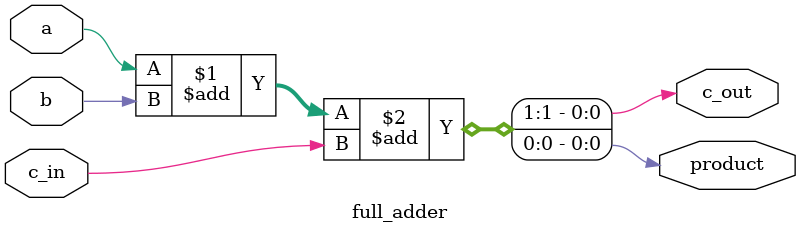
<source format=v>
`timescale 1ns / 1ps
module full_adder(input a, input b, input c_in , output product, output c_out
    );
assign {c_out,product} = a+b+c_in;

endmodule

</source>
